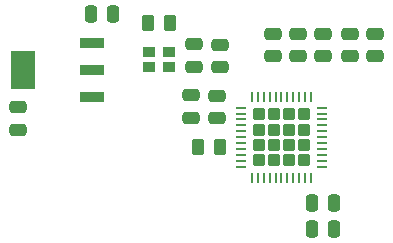
<source format=gbr>
%TF.GenerationSoftware,KiCad,Pcbnew,9.0.4*%
%TF.CreationDate,2025-10-19T02:38:57-06:00*%
%TF.ProjectId,2025_UNO_FPAA_PROTO_A_v1,32303235-5f55-44e4-9f5f-465041415f50,rev?*%
%TF.SameCoordinates,Original*%
%TF.FileFunction,Paste,Top*%
%TF.FilePolarity,Positive*%
%FSLAX46Y46*%
G04 Gerber Fmt 4.6, Leading zero omitted, Abs format (unit mm)*
G04 Created by KiCad (PCBNEW 9.0.4) date 2025-10-19 02:38:57*
%MOMM*%
%LPD*%
G01*
G04 APERTURE LIST*
G04 Aperture macros list*
%AMRoundRect*
0 Rectangle with rounded corners*
0 $1 Rounding radius*
0 $2 $3 $4 $5 $6 $7 $8 $9 X,Y pos of 4 corners*
0 Add a 4 corners polygon primitive as box body*
4,1,4,$2,$3,$4,$5,$6,$7,$8,$9,$2,$3,0*
0 Add four circle primitives for the rounded corners*
1,1,$1+$1,$2,$3*
1,1,$1+$1,$4,$5*
1,1,$1+$1,$6,$7*
1,1,$1+$1,$8,$9*
0 Add four rect primitives between the rounded corners*
20,1,$1+$1,$2,$3,$4,$5,0*
20,1,$1+$1,$4,$5,$6,$7,0*
20,1,$1+$1,$6,$7,$8,$9,0*
20,1,$1+$1,$8,$9,$2,$3,0*%
G04 Aperture macros list end*
%ADD10RoundRect,0.250000X0.475000X-0.250000X0.475000X0.250000X-0.475000X0.250000X-0.475000X-0.250000X0*%
%ADD11RoundRect,0.250000X-0.250000X-0.475000X0.250000X-0.475000X0.250000X0.475000X-0.250000X0.475000X0*%
%ADD12R,1.000000X0.900000*%
%ADD13RoundRect,0.250000X0.270000X-0.270000X0.270000X0.270000X-0.270000X0.270000X-0.270000X-0.270000X0*%
%ADD14RoundRect,0.062500X0.062500X-0.375000X0.062500X0.375000X-0.062500X0.375000X-0.062500X-0.375000X0*%
%ADD15RoundRect,0.062500X0.375000X-0.062500X0.375000X0.062500X-0.375000X0.062500X-0.375000X-0.062500X0*%
%ADD16RoundRect,0.250000X-0.262500X-0.450000X0.262500X-0.450000X0.262500X0.450000X-0.262500X0.450000X0*%
%ADD17R,2.150000X0.950000*%
%ADD18R,2.150000X3.250000*%
%ADD19RoundRect,0.250000X0.262500X0.450000X-0.262500X0.450000X-0.262500X-0.450000X0.262500X-0.450000X0*%
%ADD20RoundRect,0.250000X-0.475000X0.250000X-0.475000X-0.250000X0.475000X-0.250000X0.475000X0.250000X0*%
G04 APERTURE END LIST*
D10*
%TO.C,C12*%
X131320000Y-60550000D03*
X131320000Y-58650000D03*
%TD*%
%TO.C,C8*%
X144450000Y-59640000D03*
X144450000Y-57740000D03*
%TD*%
D11*
%TO.C,C4*%
X139090000Y-72110000D03*
X140990000Y-72110000D03*
%TD*%
%TO.C,C9*%
X139090000Y-74240000D03*
X140990000Y-74240000D03*
%TD*%
D12*
%TO.C,Y2*%
X126945000Y-59315000D03*
X125320000Y-59315000D03*
X125320000Y-60540000D03*
X126945000Y-60540000D03*
%TD*%
D13*
%TO.C,U2*%
X134570000Y-68430000D03*
X135860000Y-68430000D03*
X137150000Y-68430000D03*
X138440000Y-68430000D03*
X134570000Y-67140000D03*
X135860000Y-67140000D03*
X137150000Y-67140000D03*
X138440000Y-67140000D03*
X134570000Y-65850000D03*
X135860000Y-65850000D03*
X137150000Y-65850000D03*
X138440000Y-65850000D03*
X134570000Y-64560000D03*
X135860000Y-64560000D03*
X137150000Y-64560000D03*
X138440000Y-64560000D03*
D14*
X134005000Y-69932500D03*
X134505000Y-69932500D03*
X135005000Y-69932500D03*
X135505000Y-69932500D03*
X136005000Y-69932500D03*
X136505000Y-69932500D03*
X137005000Y-69932500D03*
X137505000Y-69932500D03*
X138005000Y-69932500D03*
X138505000Y-69932500D03*
X139005000Y-69932500D03*
D15*
X139942500Y-68995000D03*
X139942500Y-68495000D03*
X139942500Y-67995000D03*
X139942500Y-67495000D03*
X139942500Y-66995000D03*
X139942500Y-66495000D03*
X139942500Y-65995000D03*
X139942500Y-65495000D03*
X139942500Y-64995000D03*
X139942500Y-64495000D03*
X139942500Y-63995000D03*
D14*
X139005000Y-63057500D03*
X138505000Y-63057500D03*
X138005000Y-63057500D03*
X137505000Y-63057500D03*
X137005000Y-63057500D03*
X136505000Y-63057500D03*
X136005000Y-63057500D03*
X135505000Y-63057500D03*
X135005000Y-63057500D03*
X134505000Y-63057500D03*
X134005000Y-63057500D03*
D15*
X133067500Y-63995000D03*
X133067500Y-64495000D03*
X133067500Y-64995000D03*
X133067500Y-65495000D03*
X133067500Y-65995000D03*
X133067500Y-66495000D03*
X133067500Y-66995000D03*
X133067500Y-67495000D03*
X133067500Y-67995000D03*
X133067500Y-68495000D03*
X133067500Y-68995000D03*
%TD*%
D10*
%TO.C,C14*%
X140050000Y-59660000D03*
X140050000Y-57760000D03*
%TD*%
D16*
%TO.C,R2*%
X125207500Y-56820000D03*
X127032500Y-56820000D03*
%TD*%
D10*
%TO.C,C5*%
X142290000Y-59640000D03*
X142290000Y-57740000D03*
%TD*%
%TO.C,C7*%
X131020000Y-64910000D03*
X131020000Y-63010000D03*
%TD*%
D17*
%TO.C,U3*%
X120430000Y-63130000D03*
X120430000Y-60830000D03*
X120430000Y-58530000D03*
D18*
X114630000Y-60830000D03*
%TD*%
D10*
%TO.C,C11*%
X137930000Y-59660000D03*
X137930000Y-57760000D03*
%TD*%
D19*
%TO.C,R3*%
X131262500Y-67330000D03*
X129437500Y-67330000D03*
%TD*%
D10*
%TO.C,C10*%
X135790000Y-59660000D03*
X135790000Y-57760000D03*
%TD*%
%TO.C,C6*%
X128830000Y-64860000D03*
X128830000Y-62960000D03*
%TD*%
%TO.C,C13*%
X129070000Y-60520000D03*
X129070000Y-58620000D03*
%TD*%
D20*
%TO.C,C2*%
X114190000Y-63950000D03*
X114190000Y-65850000D03*
%TD*%
D11*
%TO.C,C1*%
X120355000Y-56100000D03*
X122255000Y-56100000D03*
%TD*%
M02*

</source>
